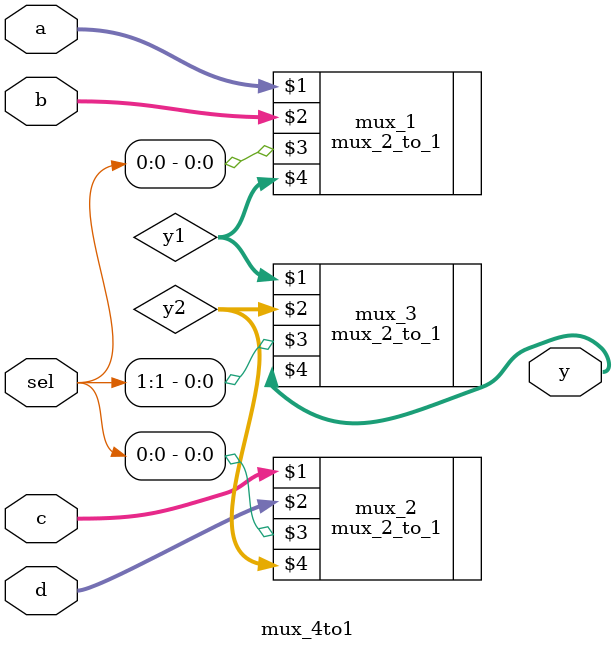
<source format=v>
`timescale 1ns / 1ps


module mux_4to1(
input [3:0] a,b,c,d,
input [1:0] sel,
output [3:0] y
    );
    wire [3:0] y1,y2;
    mux_2_to_1 mux_1(a,b,sel[0],y1);
    mux_2_to_1 mux_2(c,d,sel[0],y2);
    mux_2_to_1 mux_3(y1,y2,sel[1],y);
    
    
endmodule

</source>
